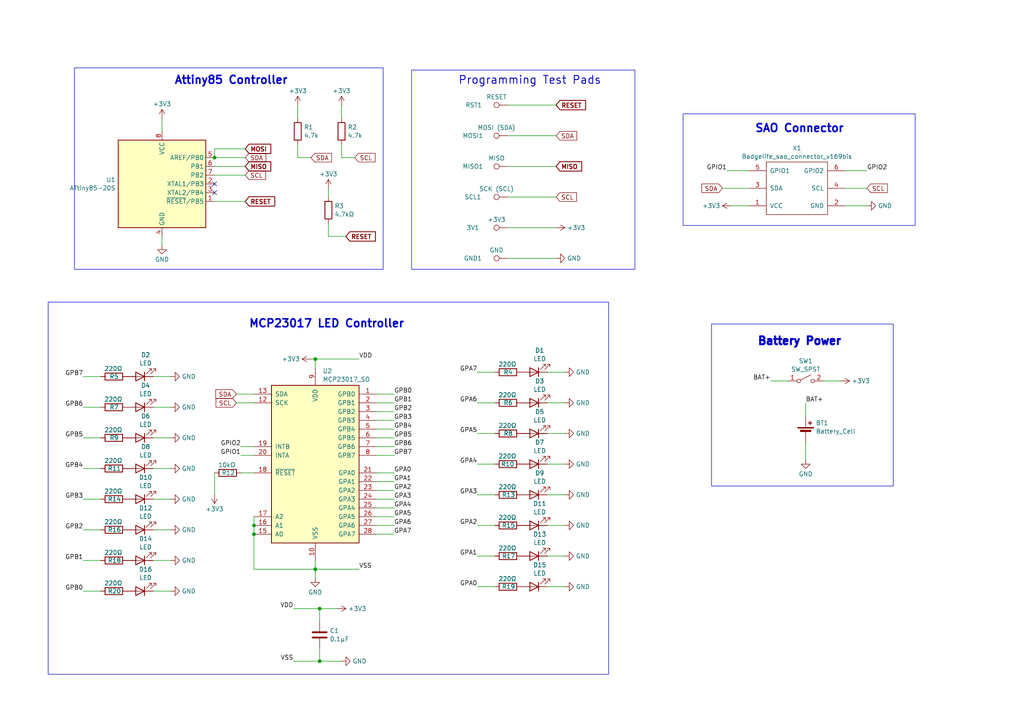
<source format=kicad_sch>
(kicad_sch (version 20250114) (generator "eeschema") (generator_version "9.0")
  (paper "A4")
  (lib_symbols
    (symbol "Badgelife_SAO_v169bis:Badgelife_sao_connector_v169bis" (pin_names (offset 1.016))
      (property "Reference" "X" (at 0 0 0))
      (property "Value" "Badgelife_sao_connector_v169bis" (at 0 20.32 0))
      (symbol "Badgelife_sao_connector_v169bis_0_1"
        (rectangle (start -7.62 8.89) (end 7.62 -8.89))
      )
      (symbol "Badgelife_sao_connector_v169bis_1_1"
        (pin input line (at -5.08 13.97 270) (length 5.08) (name "VCC") (number "1"))
        (pin input line (at -5.08 -13.97 90) (length 5.08) (name "GND") (number "2"))
        (pin input line (at 0 13.97 270) (length 5.08) (name "SDA") (number "3"))
        (pin input line (at 0 -13.97 90) (length 5.08) (name "SCL") (number "4"))
        (pin input line (at 5.08 13.97 270) (length 5.08) (name "GPIO1") (number "5"))
        (pin input line (at 5.08 -13.97 90) (length 5.08) (name "GPIO2") (number "6"))
      )
    )
    (symbol "Connector:TestPoint" (pin_numbers (hide yes)) (pin_names (offset 0.762) (hide yes))
      (property "Reference" "TP" (at 0 6.858 0))
      (property "Value" "TestPoint" (at 0 5.08 0))
      (symbol "TestPoint_0_1"
        (circle (center 0 3.302) (radius 0.762))
      )
      (symbol "TestPoint_1_1"
        (pin passive line (at 0 0 90) (length 2.54) (name "1") (number "1"))
      )
    )
    (symbol "Device:Battery_Cell" (pin_numbers (hide yes)) (pin_names (offset 0) (hide yes))
      (property "Reference" "BT" (at 2.54 2.54 0))
      (property "Value" "Battery_Cell" (at 2.54 0 0))
      (symbol "Battery_Cell_0_1"
        (rectangle (start -2.286 1.778) (end 2.286 1.524) (fill (type outline)))
        (rectangle (start -1.524 1.016) (end 1.524 0.508) (fill (type outline)))
        (polyline (pts (xy 0 1.778) (xy 0 2.54)))
        (polyline (pts (xy 0 0.762) (xy 0 0)))
        (polyline (pts (xy 0.762 3.048) (xy 1.778 3.048)) (stroke (width 0.254)))
        (polyline (pts (xy 1.27 3.556) (xy 1.27 2.54)) (stroke (width 0.254)))
      )
      (symbol "Battery_Cell_1_1"
        (pin passive line (at 0 5.08 270) (length 2.54) (name "+") (number "1"))
        (pin passive line (at 0 -2.54 90) (length 2.54) (name "-") (number "2"))
      )
    )
    (symbol "Device:C" (pin_numbers (hide yes)) (pin_names (offset 0.254))
      (property "Reference" "C" (at 0.635 2.54 0))
      (property "Value" "C" (at 0.635 -2.54 0))
      (symbol "C_0_1"
        (polyline (pts (xy -2.032 0.762) (xy 2.032 0.762)) (stroke (width 0.508)))
        (polyline (pts (xy -2.032 -0.762) (xy 2.032 -0.762)) (stroke (width 0.508)))
      )
      (symbol "C_1_1"
        (pin passive line (at 0 3.81 270) (length 2.794) (name "~") (number "1"))
        (pin passive line (at 0 -3.81 90) (length 2.794) (name "~") (number "2"))
      )
    )
    (symbol "Device:LED" (pin_numbers (hide yes)) (pin_names (offset 1.016) (hide yes))
      (property "Reference" "D" (at 0 2.54 0))
      (property "Value" "LED" (at 0 -2.54 0))
      (symbol "LED_0_1"
        (polyline (pts (xy -3.048 -0.762) (xy -4.572 -2.286) (xy -3.81 -2.286) (xy -4.572 -2.286) (xy -4.572 -1.524)))
        (polyline (pts (xy -1.778 -0.762) (xy -3.302 -2.286) (xy -2.54 -2.286) (xy -3.302 -2.286) (xy -3.302 -1.524)))
        (polyline (pts (xy -1.27 0) (xy 1.27 0)))
        (polyline (pts (xy -1.27 -1.27) (xy -1.27 1.27)) (stroke (width 0.254)))
        (polyline (pts (xy 1.27 -1.27) (xy 1.27 1.27) (xy -1.27 0) (xy 1.27 -1.27)) (stroke (width 0.254)))
      )
      (symbol "LED_1_1"
        (pin passive line (at -3.81 0 0) (length 2.54) (name "K") (number "1"))
        (pin passive line (at 3.81 0 180) (length 2.54) (name "A") (number "2"))
      )
    )
    (symbol "Device:R" (pin_numbers (hide yes)) (pin_names (offset 0))
      (property "Reference" "R" (at 2.032 0 90))
      (property "Value" "R" (at 0 0 90))
      (symbol "R_0_1"
        (rectangle (start -1.016 -2.54) (end 1.016 2.54) (stroke (width 0.254)))
      )
      (symbol "R_1_1"
        (pin passive line (at 0 3.81 270) (length 1.27) (name "~") (number "1"))
        (pin passive line (at 0 -3.81 90) (length 1.27) (name "~") (number "2"))
      )
    )
    (symbol "Interface_Expansion:MCP23017_SO" (pin_names (offset 1.016))
      (property "Reference" "U" (at -11.43 24.13 0))
      (property "Value" "MCP23017_SO" (at 0 0 0))
      (symbol "MCP23017_SO_0_1"
        (rectangle (start -12.7 22.86) (end 12.7 -22.86) (stroke (width 0.254)) (fill (type background)))
      )
      (symbol "MCP23017_SO_1_1"
        (pin bidirectional line (at -17.78 20.32 0) (length 5.08) (name "SDA") (number "13"))
        (pin input line (at -17.78 17.78 0) (length 5.08) (name "SCK") (number "12"))
        (pin tri_state line (at -17.78 5.08 0) (length 5.08) (name "INTB") (number "19"))
        (pin tri_state line (at -17.78 2.54 0) (length 5.08) (name "INTA") (number "20"))
        (pin input line (at -17.78 -2.54 0) (length 5.08) (name "~{RESET}") (number "18"))
        (pin input line (at -17.78 -15.24 0) (length 5.08) (name "A2") (number "17"))
        (pin input line (at -17.78 -17.78 0) (length 5.08) (name "A1") (number "16"))
        (pin input line (at -17.78 -20.32 0) (length 5.08) (name "A0") (number "15"))
        (pin no_connect line (at -12.7 15.24 0) (length 5.08) (hide yes) (name "NC") (number "11"))
        (pin no_connect line (at -12.7 12.7 0) (length 5.08) (hide yes) (name "NC") (number "14"))
        (pin power_in line (at 0 27.94 270) (length 5.08) (name "VDD") (number "9"))
        (pin power_in line (at 0 -27.94 90) (length 5.08) (name "VSS") (number "10"))
        (pin bidirectional line (at 17.78 20.32 180) (length 5.08) (name "GPB0") (number "1"))
        (pin bidirectional line (at 17.78 17.78 180) (length 5.08) (name "GPB1") (number "2"))
        (pin bidirectional line (at 17.78 15.24 180) (length 5.08) (name "GPB2") (number "3"))
        (pin bidirectional line (at 17.78 12.7 180) (length 5.08) (name "GPB3") (number "4"))
        (pin bidirectional line (at 17.78 10.16 180) (length 5.08) (name "GPB4") (number "5"))
        (pin bidirectional line (at 17.78 7.62 180) (length 5.08) (name "GPB5") (number "6"))
        (pin bidirectional line (at 17.78 5.08 180) (length 5.08) (name "GPB6") (number "7"))
        (pin output line (at 17.78 2.54 180) (length 5.08) (name "GPB7") (number "8"))
        (pin bidirectional line (at 17.78 -2.54 180) (length 5.08) (name "GPA0") (number "21"))
        (pin bidirectional line (at 17.78 -5.08 180) (length 5.08) (name "GPA1") (number "22"))
        (pin bidirectional line (at 17.78 -7.62 180) (length 5.08) (name "GPA2") (number "23"))
        (pin bidirectional line (at 17.78 -10.16 180) (length 5.08) (name "GPA3") (number "24"))
        (pin bidirectional line (at 17.78 -12.7 180) (length 5.08) (name "GPA4") (number "25"))
        (pin bidirectional line (at 17.78 -15.24 180) (length 5.08) (name "GPA5") (number "26"))
        (pin bidirectional line (at 17.78 -17.78 180) (length 5.08) (name "GPA6") (number "27"))
        (pin output line (at 17.78 -20.32 180) (length 5.08) (name "GPA7") (number "28"))
      )
    )
    (symbol "MCU_Microchip_ATtiny:ATtiny85-20S"
      (property "Reference" "U" (at -12.7 13.97 0))
      (property "Value" "ATtiny85-20S" (at 2.54 -13.97 0))
      (symbol "ATtiny85-20S_0_1"
        (rectangle (start -12.7 -12.7) (end 12.7 12.7) (stroke (width 0.254)) (fill (type background)))
      )
      (symbol "ATtiny85-20S_1_1"
        (pin power_in line (at 0 15.24 270) (length 2.54) (name "VCC") (number "8"))
        (pin power_in line (at 0 -15.24 90) (length 2.54) (name "GND") (number "4"))
        (pin bidirectional line (at 15.24 7.62 180) (length 2.54) (name "AREF/PB0") (number "5"))
        (pin bidirectional line (at 15.24 5.08 180) (length 2.54) (name "PB1") (number "6"))
        (pin bidirectional line (at 15.24 2.54 180) (length 2.54) (name "PB2") (number "7"))
        (pin bidirectional line (at 15.24 0 180) (length 2.54) (name "XTAL1/PB3") (number "2"))
        (pin bidirectional line (at 15.24 -2.54 180) (length 2.54) (name "XTAL2/PB4") (number "3"))
        (pin bidirectional line (at 15.24 -5.08 180) (length 2.54) (name "~{RESET}/PB5") (number "1"))
      )
    )
    (symbol "Switch:SW_SPST" (pin_names (offset 0) (hide yes))
      (property "Reference" "SW" (at 0 3.175 0))
      (property "Value" "SW_SPST" (at 0 -2.54 0))
      (symbol "SW_SPST_0_0"
        (circle (center -2.032 0) (radius 0.508))
        (polyline (pts (xy -1.524 0.254) (xy 1.524 1.778)))
        (circle (center 2.032 0) (radius 0.508))
      )
      (symbol "SW_SPST_1_1"
        (pin passive line (at -5.08 0 0) (length 2.54) (name "A") (number "1"))
        (pin passive line (at 5.08 0 180) (length 2.54) (name "B") (number "2"))
      )
    )
    (symbol "power:+3V3" (power) (pin_numbers (hide yes)) (pin_names (offset 0) (hide yes))
      (property "Value" "+3V3" (at 0 3.556 0))
      (symbol "+3V3_0_1"
        (polyline (pts (xy -0.762 1.27) (xy 0 2.54)))
        (polyline (pts (xy 0 2.54) (xy 0.762 1.27)))
        (polyline (pts (xy 0 0) (xy 0 2.54)))
      )
      (symbol "+3V3_1_1"
        (pin power_in line (at 0 0 90) (length 0) (name "~") (number "1"))
      )
    )
    (symbol "power:GND" (power) (pin_numbers (hide yes)) (pin_names (offset 0) (hide yes))
      (property "Value" "GND" (at 0 -3.81 0))
      (symbol "GND_0_1"
        (polyline (pts (xy 0 0) (xy 0 -1.27) (xy 1.27 -1.27) (xy 0 -2.54) (xy -1.27 -1.27) (xy 0 -1.27)))
      )
      (symbol "GND_1_1"
        (pin power_in line (at 0 0 270) (length 0) (name "~") (number "1"))
      )
    )
  )
  (rectangle (start 198.12 33.02) (end 265.43 65.405))
  (rectangle (start 13.97 87.63) (end 176.53 195.58))
  (rectangle (start 21.59 19.685) (end 111.125 78.105))
  (rectangle (start 119.38 20.32) (end 184.15 78.105))
  (rectangle (start 206.375 93.98) (end 259.08 140.97))
  (text "MCP23017 LED Controller" (at 94.742 93.98 0) (effects (font (size 2.286 2.286) (thickness 0.4572) (bold yes))))
  (text "Attiny85 Controller" (at 67.056 23.368 0) (effects (font (size 2.286 2.286) (thickness 0.4572) (bold yes))))
  (text "Battery Power" (at 231.902 99.06 0) (effects (font (size 2.286 2.286) (thickness 5.08) (bold yes))))
  (text "Programming Test Pads" (at 153.67 23.368 0) (effects (font (size 2.286 2.286) (thickness 0.254) (bold yes))))
  (text "SAO Connector" (at 231.902 37.338 0) (effects (font (size 2.286 2.286) (thickness 0.4572) (bold yes))))
  (junction (at 92.71 176.53))
  (junction (at 91.44 165.1))
  (junction (at 73.66 154.94))
  (junction (at 91.44 104.14))
  (junction (at 62.23 45.72))
  (junction (at 92.71 191.77))
  (junction (at 73.66 152.4))
  (no_connect (at 62.23 53.34))
  (no_connect (at 62.23 55.88))
  (wire (pts (xy 158.75 107.95) (xy 163.83 107.95)))
  (wire (pts (xy 147.32 74.93) (xy 161.29 74.93)))
  (wire (pts (xy 73.66 149.86) (xy 73.66 152.4)))
  (wire (pts (xy 68.58 114.3) (xy 73.66 114.3)))
  (wire (pts (xy 158.75 125.73) (xy 163.83 125.73)))
  (wire (pts (xy 143.51 143.51) (xy 138.43 143.51)))
  (wire (pts (xy 92.71 176.53) (xy 92.71 180.34)))
  (wire (pts (xy 24.13 144.78) (xy 29.21 144.78)))
  (wire (pts (xy 44.45 118.11) (xy 49.53 118.11)))
  (wire (pts (xy 210.82 49.53) (xy 217.17 49.53)))
  (wire (pts (xy 91.44 104.14) (xy 90.17 104.14)))
  (wire (pts (xy 92.71 187.96) (xy 92.71 191.77)))
  (wire (pts (xy 46.99 34.29) (xy 46.99 38.1)))
  (wire (pts (xy 245.11 54.61) (xy 251.46 54.61)))
  (wire (pts (xy 109.22 149.86) (xy 114.3 149.86)))
  (wire (pts (xy 158.75 152.4) (xy 163.83 152.4)))
  (wire (pts (xy 44.45 162.56) (xy 49.53 162.56)))
  (wire (pts (xy 73.66 165.1) (xy 91.44 165.1)))
  (wire (pts (xy 143.51 161.29) (xy 138.43 161.29)))
  (wire (pts (xy 109.22 121.92) (xy 114.3 121.92)))
  (wire (pts (xy 69.85 132.08) (xy 73.66 132.08)))
  (wire (pts (xy 102.87 45.72) (xy 99.06 45.72)))
  (wire (pts (xy 44.45 127) (xy 49.53 127)))
  (wire (pts (xy 212.09 59.69) (xy 217.17 59.69)))
  (wire (pts (xy 233.68 128.27) (xy 233.68 133.35)))
  (wire (pts (xy 143.51 107.95) (xy 138.43 107.95)))
  (wire (pts (xy 91.44 106.68) (xy 91.44 104.14)))
  (wire (pts (xy 69.85 137.16) (xy 73.66 137.16)))
  (wire (pts (xy 91.44 165.1) (xy 104.14 165.1)))
  (wire (pts (xy 91.44 104.14) (xy 104.14 104.14)))
  (wire (pts (xy 62.23 137.16) (xy 62.23 143.51)))
  (wire (pts (xy 73.66 152.4) (xy 73.66 154.94)))
  (wire (pts (xy 62.23 48.26) (xy 71.12 48.26)))
  (wire (pts (xy 209.55 54.61) (xy 217.17 54.61)))
  (wire (pts (xy 24.13 135.89) (xy 29.21 135.89)))
  (wire (pts (xy 158.75 134.62) (xy 163.83 134.62)))
  (wire (pts (xy 138.43 152.4) (xy 143.51 152.4)))
  (wire (pts (xy 24.13 127) (xy 29.21 127)))
  (wire (pts (xy 233.68 116.84) (xy 233.68 120.65)))
  (wire (pts (xy 44.45 109.22) (xy 49.53 109.22)))
  (wire (pts (xy 91.44 162.56) (xy 91.44 165.1)))
  (wire (pts (xy 86.36 30.48) (xy 86.36 34.29)))
  (wire (pts (xy 147.32 39.37) (xy 161.29 39.37)))
  (wire (pts (xy 158.75 170.18) (xy 163.83 170.18)))
  (wire (pts (xy 90.17 45.72) (xy 86.36 45.72)))
  (wire (pts (xy 73.66 154.94) (xy 73.66 165.1)))
  (wire (pts (xy 99.06 45.72) (xy 99.06 41.91)))
  (wire (pts (xy 109.22 132.08) (xy 114.3 132.08)))
  (wire (pts (xy 44.45 171.45) (xy 49.53 171.45)))
  (wire (pts (xy 44.45 144.78) (xy 49.53 144.78)))
  (wire (pts (xy 24.13 153.67) (xy 29.21 153.67)))
  (wire (pts (xy 147.32 57.15) (xy 161.29 57.15)))
  (wire (pts (xy 24.13 171.45) (xy 29.21 171.45)))
  (wire (pts (xy 143.51 116.84) (xy 138.43 116.84)))
  (wire (pts (xy 99.06 30.48) (xy 99.06 34.29)))
  (wire (pts (xy 24.13 162.56) (xy 29.21 162.56)))
  (wire (pts (xy 62.23 50.8) (xy 71.12 50.8)))
  (wire (pts (xy 62.23 58.42) (xy 71.12 58.42)))
  (wire (pts (xy 109.22 142.24) (xy 114.3 142.24)))
  (wire (pts (xy 91.44 167.64) (xy 91.44 165.1)))
  (wire (pts (xy 158.75 161.29) (xy 163.83 161.29)))
  (wire (pts (xy 92.71 191.77) (xy 99.06 191.77)))
  (wire (pts (xy 109.22 129.54) (xy 114.3 129.54)))
  (wire (pts (xy 62.23 43.18) (xy 62.23 45.72)))
  (wire (pts (xy 69.85 129.54) (xy 73.66 129.54)))
  (wire (pts (xy 85.09 191.77) (xy 92.71 191.77)))
  (wire (pts (xy 95.25 68.58) (xy 95.25 64.77)))
  (wire (pts (xy 109.22 139.7) (xy 114.3 139.7)))
  (wire (pts (xy 158.75 143.51) (xy 163.83 143.51)))
  (wire (pts (xy 238.76 110.49) (xy 243.84 110.49)))
  (wire (pts (xy 46.99 68.58) (xy 46.99 71.12)))
  (wire (pts (xy 109.22 116.84) (xy 114.3 116.84)))
  (wire (pts (xy 100.33 68.58) (xy 95.25 68.58)))
  (wire (pts (xy 109.22 152.4) (xy 114.3 152.4)))
  (wire (pts (xy 109.22 124.46) (xy 114.3 124.46)))
  (wire (pts (xy 86.36 45.72) (xy 86.36 41.91)))
  (wire (pts (xy 158.75 116.84) (xy 163.83 116.84)))
  (wire (pts (xy 44.45 153.67) (xy 49.53 153.67)))
  (wire (pts (xy 143.51 170.18) (xy 138.43 170.18)))
  (wire (pts (xy 92.71 176.53) (xy 97.79 176.53)))
  (wire (pts (xy 68.58 116.84) (xy 73.66 116.84)))
  (wire (pts (xy 95.25 54.61) (xy 95.25 57.15)))
  (wire (pts (xy 147.32 30.48) (xy 161.29 30.48)))
  (wire (pts (xy 147.32 66.04) (xy 161.29 66.04)))
  (wire (pts (xy 44.45 135.89) (xy 49.53 135.89)))
  (wire (pts (xy 109.22 119.38) (xy 114.3 119.38)))
  (wire (pts (xy 62.23 45.72) (xy 71.12 45.72)))
  (wire (pts (xy 223.52 110.49) (xy 228.6 110.49)))
  (wire (pts (xy 85.09 176.53) (xy 92.71 176.53)))
  (wire (pts (xy 109.22 147.32) (xy 114.3 147.32)))
  (wire (pts (xy 245.11 49.53) (xy 251.46 49.53)))
  (wire (pts (xy 24.13 118.11) (xy 29.21 118.11)))
  (wire (pts (xy 143.51 125.73) (xy 138.43 125.73)))
  (wire (pts (xy 109.22 144.78) (xy 114.3 144.78)))
  (wire (pts (xy 109.22 137.16) (xy 114.3 137.16)))
  (wire (pts (xy 245.11 59.69) (xy 251.46 59.69)))
  (wire (pts (xy 71.12 43.18) (xy 62.23 43.18)))
  (wire (pts (xy 109.22 114.3) (xy 114.3 114.3)))
  (wire (pts (xy 147.32 48.26) (xy 161.29 48.26)))
  (wire (pts (xy 24.13 109.22) (xy 29.21 109.22)))
  (wire (pts (xy 143.51 134.62) (xy 138.43 134.62)))
  (wire (pts (xy 109.22 127) (xy 114.3 127)))
  (wire (pts (xy 109.22 154.94) (xy 114.3 154.94)))
  (label "GPB0" (at 114.3 114.3 0))
  (label "GPB3" (at 114.3 121.92 0))
  (label "GPA7" (at 114.3 154.94 0))
  (label "GPA3" (at 138.43 143.51 180))
  (label "GPB2" (at 24.13 153.67 180))
  (label "VDD" (at 104.14 104.14 0))
  (label "GPA7" (at 138.43 107.95 180))
  (label "GPA2" (at 138.43 152.4 180))
  (label "GPA5" (at 114.3 149.86 0))
  (label "GPB3" (at 24.13 144.78 180))
  (label "VDD" (at 85.09 176.53 180))
  (label "BAT+" (at 223.52 110.49 180))
  (label "GPA4" (at 138.43 134.62 180))
  (label "GPB7" (at 114.3 132.08 0))
  (label "GPA4" (at 114.3 147.32 0))
  (label "GPB0" (at 24.13 171.45 180))
  (label "GPA6" (at 138.43 116.84 180))
  (label "VSS" (at 104.14 165.1 0))
  (label "GPA3" (at 114.3 144.78 0))
  (label "GPB5" (at 24.13 127 180))
  (label "GPB1" (at 114.3 116.84 0))
  (label "GPA0" (at 138.43 170.18 180))
  (label "GPB4" (at 24.13 135.89 180))
  (label "GPA5" (at 138.43 125.73 180))
  (label "GPA6" (at 114.3 152.4 0))
  (label "GPA1" (at 114.3 139.7 0))
  (label "GPIO1" (at 210.82 49.53 180))
  (label "BAT+" (at 233.68 116.84 0))
  (label "GPB6" (at 24.13 118.11 180))
  (label "GPB1" (at 24.13 162.56 180))
  (label "GPIO2" (at 251.46 49.53 0))
  (label "GPB6" (at 114.3 129.54 0))
  (label "GPA1" (at 138.43 161.29 180))
  (label "GPB7" (at 24.13 109.22 180))
  (label "GPIO1" (at 69.85 132.08 180))
  (label "GPA0" (at 114.3 137.16 0))
  (label "GPA2" (at 114.3 142.24 0))
  (label "GPB2" (at 114.3 119.38 0))
  (label "VSS" (at 85.09 191.77 180))
  (label "GPIO2" (at 69.85 129.54 180))
  (label "GPB5" (at 114.3 127 0))
  (label "GPB4" (at 114.3 124.46 0))
  (global_label "SCL" (shape input) (at 71.12 50.8 0) (property "Intersheetrefs" "${INTERSHEET_REFS}" (effects (hide yes))))
  (global_label "SCL" (shape input) (at 161.29 57.15 0) (property "Intersheetrefs" "${INTERSHEET_REFS}" (effects (hide yes))))
  (global_label "SCL" (shape input) (at 68.58 116.84 180) (property "Intersheetrefs" "${INTERSHEET_REFS}" (effects (hide yes))))
  (global_label "RESET" (shape input) (at 100.33 68.58 0) (effects (font (thickness 0.254) (bold yes))) (property "Intersheetrefs" "${INTERSHEET_REFS}" (effects (hide yes))))
  (global_label "MOSI" (shape input) (at 71.12 43.18 0) (effects (font (thickness 0.254) (bold yes))) (property "Intersheetrefs" "${INTERSHEET_REFS}" (effects (hide yes))))
  (global_label "MISO" (shape input) (at 71.12 48.26 0) (effects (font (thickness 0.254) (bold yes))) (property "Intersheetrefs" "${INTERSHEET_REFS}" (effects (hide yes))))
  (global_label "SDA" (shape input) (at 71.12 45.72 0) (property "Intersheetrefs" "${INTERSHEET_REFS}" (effects (hide yes))))
  (global_label "SCL" (shape input) (at 251.46 54.61 0) (property "Intersheetrefs" "${INTERSHEET_REFS}" (effects (hide yes))))
  (global_label "MISO" (shape input) (at 161.29 48.26 0) (effects (font (thickness 0.254) (bold yes))) (property "Intersheetrefs" "${INTERSHEET_REFS}" (effects (hide yes))))
  (global_label "SDA" (shape input) (at 161.29 39.37 0) (property "Intersheetrefs" "${INTERSHEET_REFS}" (effects (hide yes))))
  (global_label "SDA" (shape input) (at 209.55 54.61 180) (property "Intersheetrefs" "${INTERSHEET_REFS}" (effects (hide yes))))
  (global_label "SCL" (shape input) (at 102.87 45.72 0) (property "Intersheetrefs" "${INTERSHEET_REFS}" (effects (hide yes))))
  (global_label "RESET" (shape input) (at 161.29 30.48 0) (effects (font (thickness 0.254) (bold yes))) (property "Intersheetrefs" "${INTERSHEET_REFS}" (effects (hide yes))))
  (global_label "SDA" (shape input) (at 68.58 114.3 180) (property "Intersheetrefs" "${INTERSHEET_REFS}" (effects (hide yes))))
  (global_label "RESET" (shape input) (at 71.12 58.42 0) (effects (font (thickness 0.254) (bold yes))) (property "Intersheetrefs" "${INTERSHEET_REFS}" (effects (hide yes))))
  (global_label "SDA" (shape input) (at 90.17 45.72 0) (property "Intersheetrefs" "${INTERSHEET_REFS}" (effects (hide yes))))
  (symbol (lib_id "Device:LED") (at 40.64 109.22 180) (unit 1)
    (property "Reference" "D2" (at 42.2275 102.9165 0))
    (property "Value" "LED" (at 42.2275 105.3408 0))
    (property "Footprint" "LED_SMD:LED_1206_3216Metric_Pad1.42x1.75mm_HandSolder" (effects (hide yes)))
    (property "Description" "Light emitting diode" (effects (hide yes)))
    (property "Sim.Pins" "1=K 2=A" (effects (hide yes)))
  )
  (symbol (lib_id "power:+3V3") (at 161.29 66.04 270) (unit 1)
    (property "Reference" "#PWR07" (effects (hide yes)))
    (property "Value" "+3V3" (at 164.465 66.04 90) (effects (justify left)))
    (property "Description" "Power symbol creates a global label with name \"+3V3\"" (effects (hide yes)))
  )
  (symbol (lib_id "Device:R") (at 95.25 60.96 0) (unit 1)
    (property "Reference" "R3" (at 97.028 59.7478 0) (effects (justify left)))
    (property "Value" "4.7kΩ" (at 97.028 62.1721 0) (effects (justify left)))
    (property "Footprint" "Resistor_SMD:R_1206_3216Metric_Pad1.30x1.75mm_HandSolder" (effects (hide yes)))
    (property "Description" "Resistor" (effects (hide yes)))
  )
  (symbol (lib_id "Device:R") (at 99.06 38.1 0) (unit 1)
    (property "Reference" "R2" (at 100.838 36.8878 0) (effects (justify left)))
    (property "Value" "4.7k" (at 100.838 39.3121 0) (effects (justify left)))
    (property "Footprint" "Resistor_SMD:R_1206_3216Metric_Pad1.30x1.75mm_HandSolder" (effects (hide yes)))
    (property "Description" "Resistor" (effects (hide yes)))
  )
  (symbol (lib_id "power:GND") (at 46.99 71.12 0) (unit 1)
    (property "Reference" "#PWR08" (effects (hide yes)))
    (property "Value" "GND" (at 46.99 75.2531 0))
    (property "Description" "Power symbol creates a global label with name \"GND\" , ground" (effects (hide yes)))
  )
  (symbol (lib_id "power:GND") (at 163.83 152.4 90) (unit 1)
    (property "Reference" "#PWR024" (effects (hide yes)))
    (property "Value" "GND" (at 167.005 152.4 90) (effects (justify right)))
    (property "Description" "Power symbol creates a global label with name \"GND\" , ground" (effects (hide yes)))
  )
  (symbol (lib_id "power:GND") (at 49.53 127 90) (unit 1)
    (property "Reference" "#PWR017" (effects (hide yes)))
    (property "Value" "GND" (at 52.705 127 90) (effects (justify right)))
    (property "Description" "Power symbol creates a global label with name \"GND\" , ground" (effects (hide yes)))
  )
  (symbol (lib_id "Connector:TestPoint") (at 147.32 48.26 90) (unit 1)
    (property "Reference" "MISO1" (at 137.16 48.26 90))
    (property "Value" "MISO" (at 144.018 45.9048 90))
    (property "Footprint" "TestPoint:TestPoint_Pad_D2.0mm" (effects (hide yes)))
    (property "Description" "test point" (effects (hide yes)))
  )
  (symbol (lib_id "Device:LED") (at 154.94 125.73 180) (unit 1)
    (property "Reference" "D5" (at 156.5275 119.4265 0))
    (property "Value" "LED" (at 156.5275 121.8508 0))
    (property "Footprint" "LED_SMD:LED_1206_3216Metric_Pad1.42x1.75mm_HandSolder" (effects (hide yes)))
    (property "Description" "Light emitting diode" (effects (hide yes)))
    (property "Sim.Pins" "1=K 2=A" (effects (hide yes)))
  )
  (symbol (lib_id "Connector:TestPoint") (at 147.32 66.04 90) (unit 1)
    (property "Reference" "3V1" (at 137.16 66.04 90))
    (property "Value" "+3V3" (at 144.018 63.6848 90))
    (property "Footprint" "TestPoint:TestPoint_Pad_D2.0mm" (effects (hide yes)))
    (property "Description" "test point" (effects (hide yes)))
  )
  (symbol (lib_id "Device:R") (at 33.02 162.56 270) (unit 1)
    (property "Reference" "R18" (at 31.242 162.56 90) (effects (justify left)))
    (property "Value" "220Ω" (at 30.226 160.274 90) (effects (justify left)))
    (property "Footprint" "Resistor_SMD:R_1206_3216Metric_Pad1.30x1.75mm_HandSolder" (effects (hide yes)))
    (property "Description" "Resistor" (effects (hide yes)))
  )
  (symbol (lib_id "Switch:SW_SPST") (at 233.68 110.49 0) (unit 1)
    (property "Reference" "SW1" (at 233.68 104.6945 0))
    (property "Value" "SW_SPST" (at 233.68 107.1188 0))
    (property "Footprint" "Button_Switch_SMD:SW_SPDT_CK_JS102011SAQN" (effects (hide yes)))
    (property "Description" "Single Pole Single Throw (SPST) switch" (effects (hide yes)))
  )
  (symbol (lib_id "Device:LED") (at 154.94 161.29 180) (unit 1)
    (property "Reference" "D13" (at 156.5275 154.9865 0))
    (property "Value" "LED" (at 156.5275 157.4108 0))
    (property "Footprint" "LED_SMD:LED_1206_3216Metric_Pad1.42x1.75mm_HandSolder" (effects (hide yes)))
    (property "Description" "Light emitting diode" (effects (hide yes)))
    (property "Sim.Pins" "1=K 2=A" (effects (hide yes)))
  )
  (symbol (lib_id "power:GND") (at 163.83 125.73 90) (unit 1)
    (property "Reference" "#PWR016" (effects (hide yes)))
    (property "Value" "GND" (at 167.005 125.73 90) (effects (justify right)))
    (property "Description" "Power symbol creates a global label with name \"GND\" , ground" (effects (hide yes)))
  )
  (symbol (lib_id "power:+3V3") (at 95.25 54.61 0) (unit 1)
    (property "Reference" "#PWR04" (effects (hide yes)))
    (property "Value" "+3V3" (at 95.25 50.4769 0))
    (property "Description" "Power symbol creates a global label with name \"+3V3\"" (effects (hide yes)))
  )
  (symbol (lib_id "power:+3V3") (at 243.84 110.49 270) (unit 1)
    (property "Reference" "#PWR013" (effects (hide yes)))
    (property "Value" "+3V3" (at 247.015 110.49 90) (effects (justify left)))
    (property "Description" "Power symbol creates a global label with name \"+3V3\"" (effects (hide yes)))
  )
  (symbol (lib_id "power:GND") (at 99.06 191.77 90) (unit 1)
    (property "Reference" "#PWR032" (effects (hide yes)))
    (property "Value" "GND" (at 102.235 191.77 90) (effects (justify right)))
    (property "Description" "Power symbol creates a global label with name \"GND\" , ground" (effects (hide yes)))
  )
  (symbol (lib_id "Device:R") (at 147.32 143.51 270) (unit 1)
    (property "Reference" "R13" (at 145.542 143.51 90) (effects (justify left)))
    (property "Value" "220Ω" (at 144.526 141.224 90) (effects (justify left)))
    (property "Footprint" "Resistor_SMD:R_1206_3216Metric_Pad1.30x1.75mm_HandSolder" (effects (hide yes)))
    (property "Description" "Resistor" (effects (hide yes)))
  )
  (symbol (lib_id "MCU_Microchip_ATtiny:ATtiny85-20S") (at 46.99 53.34 0) (unit 1)
    (property "Reference" "U1" (at 33.528 52.1278 0) (effects (justify right)))
    (property "Value" "ATtiny85-20S" (at 33.528 54.5521 0) (effects (justify right)))
    (property "Footprint" "Package_SO:SOIC-8_5.3x5.3mm_P1.27mm" (effects (hide yes)))
    (property "Datasheet" "http://ww1.microchip.com/downloads/en/DeviceDoc/atmel-2586-avr-8-bit-microcontroller-attiny25-attiny45-attiny85_datasheet.pdf" (effects (hide yes)))
    (property "Description" "20MHz, 8kB Flash, 512B SRAM, 512B EEPROM, debugWIRE, SOIC-8" (effects (hide yes)))
  )
  (symbol (lib_id "power:GND") (at 233.68 133.35 0) (unit 1)
    (property "Reference" "#PWR018" (effects (hide yes)))
    (property "Value" "GND" (at 233.68 137.4831 0))
    (property "Description" "Power symbol creates a global label with name \"GND\" , ground" (effects (hide yes)))
  )
  (symbol (lib_id "Device:LED") (at 40.64 162.56 180) (unit 1)
    (property "Reference" "D14" (at 42.2275 156.2565 0))
    (property "Value" "LED" (at 42.2275 158.6808 0))
    (property "Footprint" "LED_SMD:LED_1206_3216Metric_Pad1.42x1.75mm_HandSolder" (effects (hide yes)))
    (property "Description" "Light emitting diode" (effects (hide yes)))
    (property "Sim.Pins" "1=K 2=A" (effects (hide yes)))
  )
  (symbol (lib_id "Device:R") (at 33.02 171.45 270) (unit 1)
    (property "Reference" "R20" (at 31.242 171.45 90) (effects (justify left)))
    (property "Value" "220Ω" (at 30.226 169.164 90) (effects (justify left)))
    (property "Footprint" "Resistor_SMD:R_1206_3216Metric_Pad1.30x1.75mm_HandSolder" (effects (hide yes)))
    (property "Description" "Resistor" (effects (hide yes)))
  )
  (symbol (lib_id "Device:LED") (at 40.64 118.11 180) (unit 1)
    (property "Reference" "D4" (at 42.2275 111.8065 0))
    (property "Value" "LED" (at 42.2275 114.2308 0))
    (property "Footprint" "LED_SMD:LED_1206_3216Metric_Pad1.42x1.75mm_HandSolder" (effects (hide yes)))
    (property "Description" "Light emitting diode" (effects (hide yes)))
    (property "Sim.Pins" "1=K 2=A" (effects (hide yes)))
  )
  (symbol (lib_id "power:GND") (at 163.83 107.95 90) (unit 1)
    (property "Reference" "#PWR011" (effects (hide yes)))
    (property "Value" "GND" (at 167.005 107.95 90) (effects (justify right)))
    (property "Description" "Power symbol creates a global label with name \"GND\" , ground" (effects (hide yes)))
  )
  (symbol (lib_id "Device:R") (at 147.32 134.62 270) (unit 1)
    (property "Reference" "R10" (at 145.288 134.62 90) (effects (justify left)))
    (property "Value" "220Ω" (at 144.526 132.334 90) (effects (justify left)))
    (property "Footprint" "Resistor_SMD:R_1206_3216Metric_Pad1.30x1.75mm_HandSolder" (effects (hide yes)))
    (property "Description" "Resistor" (effects (hide yes)))
  )
  (symbol (lib_id "power:GND") (at 163.83 143.51 90) (unit 1)
    (property "Reference" "#PWR022" (effects (hide yes)))
    (property "Value" "GND" (at 167.005 143.51 90) (effects (justify right)))
    (property "Description" "Power symbol creates a global label with name \"GND\" , ground" (effects (hide yes)))
  )
  (symbol (lib_id "Device:LED") (at 154.94 107.95 180) (unit 1)
    (property "Reference" "D1" (at 156.5275 101.6465 0))
    (property "Value" "LED" (at 156.5275 104.0708 0))
    (property "Footprint" "LED_SMD:LED_1206_3216Metric_Pad1.42x1.75mm_HandSolder" (effects (hide yes)))
    (property "Description" "Light emitting diode" (effects (hide yes)))
    (property "Sim.Pins" "1=K 2=A" (effects (hide yes)))
  )
  (symbol (lib_id "Device:R") (at 66.04 137.16 270) (unit 1)
    (property "Reference" "R12" (at 64.262 137.16 90) (effects (justify left)))
    (property "Value" "10kΩ" (at 63.246 134.874 90) (effects (justify left)))
    (property "Footprint" "Resistor_SMD:R_1206_3216Metric_Pad1.30x1.75mm_HandSolder" (effects (hide yes)))
    (property "Description" "Resistor" (effects (hide yes)))
  )
  (symbol (lib_id "power:+3V3") (at 90.17 104.14 90) (unit 1)
    (property "Reference" "#PWR010" (effects (hide yes)))
    (property "Value" "+3V3" (at 86.995 104.14 90) (effects (justify left)))
    (property "Description" "Power symbol creates a global label with name \"+3V3\"" (effects (hide yes)))
  )
  (symbol (lib_id "Device:LED") (at 154.94 116.84 180) (unit 1)
    (property "Reference" "D3" (at 156.5275 110.5365 0))
    (property "Value" "LED" (at 156.5275 112.9608 0))
    (property "Footprint" "LED_SMD:LED_1206_3216Metric_Pad1.42x1.75mm_HandSolder" (effects (hide yes)))
    (property "Description" "Light emitting diode" (effects (hide yes)))
    (property "Sim.Pins" "1=K 2=A" (effects (hide yes)))
  )
  (symbol (lib_id "Device:R") (at 33.02 109.22 270) (unit 1)
    (property "Reference" "R5" (at 31.75 109.22 90) (effects (justify left)))
    (property "Value" "220Ω" (at 30.226 106.934 90) (effects (justify left)))
    (property "Footprint" "Resistor_SMD:R_1206_3216Metric_Pad1.30x1.75mm_HandSolder" (effects (hide yes)))
    (property "Description" "Resistor" (effects (hide yes)))
  )
  (symbol (lib_id "power:GND") (at 49.53 144.78 90) (unit 1)
    (property "Reference" "#PWR023" (effects (hide yes)))
    (property "Value" "GND" (at 52.705 144.78 90) (effects (justify right)))
    (property "Description" "Power symbol creates a global label with name \"GND\" , ground" (effects (hide yes)))
  )
  (symbol (lib_id "Device:R") (at 86.36 38.1 0) (unit 1)
    (property "Reference" "R1" (at 88.138 36.8878 0) (effects (justify left)))
    (property "Value" "4.7k" (at 88.138 39.3121 0) (effects (justify left)))
    (property "Footprint" "Resistor_SMD:R_1206_3216Metric_Pad1.30x1.75mm_HandSolder" (effects (hide yes)))
    (property "Description" "Resistor" (effects (hide yes)))
  )
  (symbol (lib_id "power:GND") (at 49.53 162.56 90) (unit 1)
    (property "Reference" "#PWR027" (effects (hide yes)))
    (property "Value" "GND" (at 52.705 162.56 90) (effects (justify right)))
    (property "Description" "Power symbol creates a global label with name \"GND\" , ground" (effects (hide yes)))
  )
  (symbol (lib_id "power:+3V3") (at 212.09 59.69 90) (unit 1)
    (property "Reference" "#PWR05" (effects (hide yes)))
    (property "Value" "+3V3" (at 208.915 59.69 90) (effects (justify left)))
    (property "Description" "Power symbol creates a global label with name \"+3V3\"" (effects (hide yes)))
  )
  (symbol (lib_id "Device:LED") (at 40.64 127 180) (unit 1)
    (property "Reference" "D6" (at 42.2275 120.6965 0))
    (property "Value" "LED" (at 42.2275 123.1208 0))
    (property "Footprint" "LED_SMD:LED_1206_3216Metric_Pad1.42x1.75mm_HandSolder" (effects (hide yes)))
    (property "Description" "Light emitting diode" (effects (hide yes)))
    (property "Sim.Pins" "1=K 2=A" (effects (hide yes)))
  )
  (symbol (lib_id "power:GND") (at 251.46 59.69 90) (unit 1)
    (property "Reference" "#PWR06" (effects (hide yes)))
    (property "Value" "GND" (at 254.635 59.69 90) (effects (justify right)))
    (property "Description" "Power symbol creates a global label with name \"GND\" , ground" (effects (hide yes)))
  )
  (symbol (lib_id "power:+3V3") (at 46.99 34.29 0) (unit 1)
    (property "Reference" "#PWR03" (effects (hide yes)))
    (property "Value" "+3V3" (at 46.99 30.1569 0))
    (property "Description" "Power symbol creates a global label with name \"+3V3\"" (effects (hide yes)))
  )
  (symbol (lib_id "Device:R") (at 33.02 127 270) (unit 1)
    (property "Reference" "R9" (at 31.75 127 90) (effects (justify left)))
    (property "Value" "220Ω" (at 30.226 124.714 90) (effects (justify left)))
    (property "Footprint" "Resistor_SMD:R_1206_3216Metric_Pad1.30x1.75mm_HandSolder" (effects (hide yes)))
    (property "Description" "Resistor" (effects (hide yes)))
  )
  (symbol (lib_id "power:GND") (at 49.53 118.11 90) (unit 1)
    (property "Reference" "#PWR015" (effects (hide yes)))
    (property "Value" "GND" (at 52.705 118.11 90) (effects (justify right)))
    (property "Description" "Power symbol creates a global label with name \"GND\" , ground" (effects (hide yes)))
  )
  (symbol (lib_id "Device:R") (at 33.02 118.11 270) (unit 1)
    (property "Reference" "R7" (at 31.75 118.11 90) (effects (justify left)))
    (property "Value" "220Ω" (at 30.226 115.824 90) (effects (justify left)))
    (property "Footprint" "Resistor_SMD:R_1206_3216Metric_Pad1.30x1.75mm_HandSolder" (effects (hide yes)))
    (property "Description" "Resistor" (effects (hide yes)))
  )
  (symbol (lib_id "power:GND") (at 49.53 109.22 90) (unit 1)
    (property "Reference" "#PWR012" (effects (hide yes)))
    (property "Value" "GND" (at 52.705 109.22 90) (effects (justify right)))
    (property "Description" "Power symbol creates a global label with name \"GND\" , ground" (effects (hide yes)))
  )
  (symbol (lib_id "Device:R") (at 147.32 170.18 270) (unit 1)
    (property "Reference" "R19" (at 145.542 170.18 90) (effects (justify left)))
    (property "Value" "220Ω" (at 144.526 167.894 90) (effects (justify left)))
    (property "Footprint" "Resistor_SMD:R_1206_3216Metric_Pad1.30x1.75mm_HandSolder" (effects (hide yes)))
    (property "Description" "Resistor" (effects (hide yes)))
  )
  (symbol (lib_id "Device:R") (at 33.02 135.89 270) (unit 1)
    (property "Reference" "R11" (at 31.242 135.89 90) (effects (justify left)))
    (property "Value" "220Ω" (at 30.226 133.604 90) (effects (justify left)))
    (property "Footprint" "Resistor_SMD:R_1206_3216Metric_Pad1.30x1.75mm_HandSolder" (effects (hide yes)))
    (property "Description" "Resistor" (effects (hide yes)))
  )
  (symbol (lib_id "Device:LED") (at 154.94 170.18 180) (unit 1)
    (property "Reference" "D15" (at 156.5275 163.8765 0))
    (property "Value" "LED" (at 156.5275 166.3008 0))
    (property "Footprint" "LED_SMD:LED_1206_3216Metric_Pad1.42x1.75mm_HandSolder" (effects (hide yes)))
    (property "Description" "Light emitting diode" (effects (hide yes)))
    (property "Sim.Pins" "1=K 2=A" (effects (hide yes)))
  )
  (symbol (lib_id "power:+3V3") (at 62.23 143.51 180) (unit 1)
    (property "Reference" "#PWR021" (effects (hide yes)))
    (property "Value" "+3V3" (at 62.23 147.6431 0))
    (property "Description" "Power symbol creates a global label with name \"+3V3\"" (effects (hide yes)))
  )
  (symbol (lib_id "Device:LED") (at 154.94 134.62 180) (unit 1)
    (property "Reference" "D7" (at 156.5275 128.3165 0))
    (property "Value" "LED" (at 156.5275 130.7408 0))
    (property "Footprint" "LED_SMD:LED_1206_3216Metric_Pad1.42x1.75mm_HandSolder" (effects (hide yes)))
    (property "Description" "Light emitting diode" (effects (hide yes)))
    (property "Sim.Pins" "1=K 2=A" (effects (hide yes)))
  )
  (symbol (lib_id "Device:C") (at 92.71 184.15 180) (unit 1)
    (property "Reference" "C1" (at 95.631 182.9378 0) (effects (justify right)))
    (property "Value" "0.1µF" (at 95.631 185.3621 0) (effects (justify right)))
    (property "Footprint" "Capacitor_SMD:C_1206_3216Metric_Pad1.33x1.80mm_HandSolder" (effects (hide yes)))
    (property "Description" "Unpolarized capacitor" (effects (hide yes)))
  )
  (symbol (lib_id "power:GND") (at 163.83 134.62 90) (unit 1)
    (property "Reference" "#PWR019" (effects (hide yes)))
    (property "Value" "GND" (at 167.005 134.62 90) (effects (justify right)))
    (property "Description" "Power symbol creates a global label with name \"GND\" , ground" (effects (hide yes)))
  )
  (symbol (lib_id "Connector:TestPoint") (at 147.32 57.15 90) (unit 1)
    (property "Reference" "SCL1" (at 137.16 57.15 90))
    (property "Value" "SCK (SCL)" (at 144.018 54.7948 90))
    (property "Footprint" "TestPoint:TestPoint_Pad_D2.0mm" (effects (hide yes)))
    (property "Description" "test point" (effects (hide yes)))
  )
  (symbol (lib_id "Device:R") (at 147.32 125.73 270) (unit 1)
    (property "Reference" "R8" (at 146.05 125.73 90) (effects (justify left)))
    (property "Value" "220Ω" (at 144.526 123.444 90) (effects (justify left)))
    (property "Footprint" "Resistor_SMD:R_1206_3216Metric_Pad1.30x1.75mm_HandSolder" (effects (hide yes)))
    (property "Description" "Resistor" (effects (hide yes)))
  )
  (symbol (lib_id "power:GND") (at 91.44 167.64 0) (unit 1)
    (property "Reference" "#PWR028" (effects (hide yes)))
    (property "Value" "GND" (at 91.44 171.7731 0))
    (property "Description" "Power symbol creates a global label with name \"GND\" , ground" (effects (hide yes)))
  )
  (symbol (lib_id "Device:R") (at 147.32 116.84 270) (unit 1)
    (property "Reference" "R6" (at 146.05 116.84 90) (effects (justify left)))
    (property "Value" "220Ω" (at 144.526 114.554 90) (effects (justify left)))
    (property "Footprint" "Resistor_SMD:R_1206_3216Metric_Pad1.30x1.75mm_HandSolder" (effects (hide yes)))
    (property "Description" "Resistor" (effects (hide yes)))
  )
  (symbol (lib_id "power:GND") (at 49.53 171.45 90) (unit 1)
    (property "Reference" "#PWR030" (effects (hide yes)))
    (property "Value" "GND" (at 52.705 171.45 90) (effects (justify right)))
    (property "Description" "Power symbol creates a global label with name \"GND\" , ground" (effects (hide yes)))
  )
  (symbol (lib_id "Device:LED") (at 154.94 143.51 180) (unit 1)
    (property "Reference" "D9" (at 156.5275 137.2065 0))
    (property "Value" "LED" (at 156.5275 139.6308 0))
    (property "Footprint" "LED_SMD:LED_1206_3216Metric_Pad1.42x1.75mm_HandSolder" (effects (hide yes)))
    (property "Description" "Light emitting diode" (effects (hide yes)))
    (property "Sim.Pins" "1=K 2=A" (effects (hide yes)))
  )
  (symbol (lib_id "Device:LED") (at 40.64 144.78 180) (unit 1)
    (property "Reference" "D10" (at 42.2275 138.4765 0))
    (property "Value" "LED" (at 42.2275 140.9008 0))
    (property "Footprint" "LED_SMD:LED_1206_3216Metric_Pad1.42x1.75mm_HandSolder" (effects (hide yes)))
    (property "Description" "Light emitting diode" (effects (hide yes)))
    (property "Sim.Pins" "1=K 2=A" (effects (hide yes)))
  )
  (symbol (lib_id "Device:Battery_Cell") (at 233.68 125.73 0) (unit 1)
    (property "Reference" "BT1" (at 236.601 122.6763 0) (effects (justify left)))
    (property "Value" "Battery_Cell" (at 236.601 125.1006 0) (effects (justify left)))
    (property "Footprint" "Battery:BatteryHolder_Keystone_1058_1x2032" (effects (hide yes)))
    (property "Description" "Single-cell battery" (effects (hide yes)))
  )
  (symbol (lib_id "power:+3V3") (at 99.06 30.48 0) (unit 1)
    (property "Reference" "#PWR02" (effects (hide yes)))
    (property "Value" "+3V3" (at 99.06 26.3469 0))
    (property "Description" "Power symbol creates a global label with name \"+3V3\"" (effects (hide yes)))
  )
  (symbol (lib_id "power:+3V3") (at 86.36 30.48 0) (unit 1)
    (property "Reference" "#PWR01" (effects (hide yes)))
    (property "Value" "+3V3" (at 86.36 26.3469 0))
    (property "Description" "Power symbol creates a global label with name \"+3V3\"" (effects (hide yes)))
  )
  (symbol (lib_id "Device:LED") (at 40.64 153.67 180) (unit 1)
    (property "Reference" "D12" (at 42.2275 147.3665 0))
    (property "Value" "LED" (at 42.2275 149.7908 0))
    (property "Footprint" "LED_SMD:LED_1206_3216Metric_Pad1.42x1.75mm_HandSolder" (effects (hide yes)))
    (property "Description" "Light emitting diode" (effects (hide yes)))
    (property "Sim.Pins" "1=K 2=A" (effects (hide yes)))
  )
  (symbol (lib_id "Device:R") (at 147.32 107.95 270) (unit 1)
    (property "Reference" "R4" (at 146.05 107.95 90) (effects (justify left)))
    (property "Value" "220Ω" (at 144.526 105.664 90) (effects (justify left)))
    (property "Footprint" "Resistor_SMD:R_1206_3216Metric_Pad1.30x1.75mm_HandSolder" (effects (hide yes)))
    (property "Description" "Resistor" (effects (hide yes)))
  )
  (symbol (lib_id "Interface_Expansion:MCP23017_SO") (at 91.44 134.62 0) (unit 1)
    (property "Reference" "U2" (at 93.5833 107.6155 0) (effects (justify left)))
    (property "Value" "MCP23017_SO" (at 93.5833 110.0398 0) (effects (justify left)))
    (property "Footprint" "Package_SO:SOIC-28W_7.5x17.9mm_P1.27mm" (effects (hide yes)))
    (property "Datasheet" "https://ww1.microchip.com/downloads/aemDocuments/documents/APID/ProductDocuments/DataSheets/MCP23017-Data-Sheet-DS20001952.pdf" (effects (hide yes)))
    (property "Description" "16-bit I/O expander, I2C, interrupts, w pull-ups, GPA/B7 output only (https://microchip.my.site.com/s/article/GPA7---GPB7-Cannot-Be-Used-as-Inputs-In-MCP23017),  SOIC-28" (effects (hide yes)))
  )
  (symbol (lib_id "Device:LED") (at 40.64 171.45 180) (unit 1)
    (property "Reference" "D16" (at 42.2275 165.1465 0))
    (property "Value" "LED" (at 42.2275 167.5708 0))
    (property "Footprint" "LED_SMD:LED_1206_3216Metric_Pad1.42x1.75mm_HandSolder" (effects (hide yes)))
    (property "Description" "Light emitting diode" (effects (hide yes)))
    (property "Sim.Pins" "1=K 2=A" (effects (hide yes)))
  )
  (symbol (lib_id "Device:R") (at 147.32 152.4 270) (unit 1)
    (property "Reference" "R15" (at 145.542 152.4 90) (effects (justify left)))
    (property "Value" "220Ω" (at 144.526 150.114 90) (effects (justify left)))
    (property "Footprint" "Resistor_SMD:R_1206_3216Metric_Pad1.30x1.75mm_HandSolder" (effects (hide yes)))
    (property "Description" "Resistor" (effects (hide yes)))
  )
  (symbol (lib_id "power:GND") (at 161.29 74.93 90) (unit 1)
    (property "Reference" "#PWR09" (effects (hide yes)))
    (property "Value" "GND" (at 164.465 74.93 90) (effects (justify right)))
    (property "Description" "Power symbol creates a global label with name \"GND\" , ground" (effects (hide yes)))
  )
  (symbol (lib_id "power:GND") (at 163.83 116.84 90) (unit 1)
    (property "Reference" "#PWR014" (effects (hide yes)))
    (property "Value" "GND" (at 167.005 116.84 90) (effects (justify right)))
    (property "Description" "Power symbol creates a global label with name \"GND\" , ground" (effects (hide yes)))
  )
  (symbol (lib_id "Connector:TestPoint") (at 147.32 30.48 90) (unit 1)
    (property "Reference" "RST1" (at 137.414 30.48 90))
    (property "Value" "RESET" (at 144.018 28.1248 90))
    (property "Footprint" "TestPoint:TestPoint_Pad_D2.0mm" (effects (hide yes)))
    (property "Description" "test point" (effects (hide yes)))
  )
  (symbol (lib_id "Connector:TestPoint") (at 147.32 39.37 90) (unit 1)
    (property "Reference" "MOSI1" (at 137.16 39.37 90))
    (property "Value" "MOSI (SDA)" (at 144.018 37.0148 90))
    (property "Footprint" "TestPoint:TestPoint_Pad_D2.0mm" (effects (hide yes)))
    (property "Description" "test point" (effects (hide yes)))
  )
  (symbol (lib_id "Badgelife_SAO_v169bis:Badgelife_sao_connector_v169bis") (at 231.14 54.61 90) (unit 1)
    (property "Reference" "X1" (at 231.14 42.9725 90))
    (property "Value" "Badgelife_sao_connector_v169bis" (at 231.14 45.3968 90))
    (property "Footprint" "BadgeLife_SAO_v169bis:Badgelife-SAOv169-SAO-2x3" (effects (hide yes)))
  )
  (symbol (lib_id "Connector:TestPoint") (at 147.32 74.93 90) (unit 1)
    (property "Reference" "GND1" (at 137.16 74.93 90))
    (property "Value" "GND" (at 144.018 72.5748 90))
    (property "Footprint" "TestPoint:TestPoint_Pad_D2.0mm" (effects (hide yes)))
    (property "Description" "test point" (effects (hide yes)))
  )
  (symbol (lib_id "power:GND") (at 49.53 135.89 90) (unit 1)
    (property "Reference" "#PWR020" (effects (hide yes)))
    (property "Value" "GND" (at 52.705 135.89 90) (effects (justify right)))
    (property "Description" "Power symbol creates a global label with name \"GND\" , ground" (effects (hide yes)))
  )
  (symbol (lib_id "Device:R") (at 147.32 161.29 270) (unit 1)
    (property "Reference" "R17" (at 145.542 161.29 90) (effects (justify left)))
    (property "Value" "220Ω" (at 144.526 159.004 90) (effects (justify left)))
    (property "Footprint" "Resistor_SMD:R_1206_3216Metric_Pad1.30x1.75mm_HandSolder" (effects (hide yes)))
    (property "Description" "Resistor" (effects (hide yes)))
  )
  (symbol (lib_id "power:GND") (at 163.83 170.18 90) (unit 1)
    (property "Reference" "#PWR029" (effects (hide yes)))
    (property "Value" "GND" (at 167.005 170.18 90) (effects (justify right)))
    (property "Description" "Power symbol creates a global label with name \"GND\" , ground" (effects (hide yes)))
  )
  (symbol (lib_id "Device:R") (at 33.02 153.67 270) (unit 1)
    (property "Reference" "R16" (at 31.242 153.67 90) (effects (justify left)))
    (property "Value" "220Ω" (at 30.226 151.384 90) (effects (justify left)))
    (property "Footprint" "Resistor_SMD:R_1206_3216Metric_Pad1.30x1.75mm_HandSolder" (effects (hide yes)))
    (property "Description" "Resistor" (effects (hide yes)))
  )
  (symbol (lib_id "power:+3V3") (at 97.79 176.53 270) (unit 1)
    (property "Reference" "#PWR031" (effects (hide yes)))
    (property "Value" "+3V3" (at 100.965 176.53 90) (effects (justify left)))
    (property "Description" "Power symbol creates a global label with name \"+3V3\"" (effects (hide yes)))
  )
  (symbol (lib_id "power:GND") (at 163.83 161.29 90) (unit 1)
    (property "Reference" "#PWR026" (effects (hide yes)))
    (property "Value" "GND" (at 167.005 161.29 90) (effects (justify right)))
    (property "Description" "Power symbol creates a global label with name \"GND\" , ground" (effects (hide yes)))
  )
  (symbol (lib_id "Device:LED") (at 154.94 152.4 180) (unit 1)
    (property "Reference" "D11" (at 156.5275 146.0965 0))
    (property "Value" "LED" (at 156.5275 148.5208 0))
    (property "Footprint" "LED_SMD:LED_1206_3216Metric_Pad1.42x1.75mm_HandSolder" (effects (hide yes)))
    (property "Description" "Light emitting diode" (effects (hide yes)))
    (property "Sim.Pins" "1=K 2=A" (effects (hide yes)))
  )
  (symbol (lib_id "Device:LED") (at 40.64 135.89 180) (unit 1)
    (property "Reference" "D8" (at 42.2275 129.5865 0))
    (property "Value" "LED" (at 42.2275 132.0108 0))
    (property "Footprint" "LED_SMD:LED_1206_3216Metric_Pad1.42x1.75mm_HandSolder" (effects (hide yes)))
    (property "Description" "Light emitting diode" (effects (hide yes)))
    (property "Sim.Pins" "1=K 2=A" (effects (hide yes)))
  )
  (symbol (lib_id "power:GND") (at 49.53 153.67 90) (unit 1)
    (property "Reference" "#PWR025" (effects (hide yes)))
    (property "Value" "GND" (at 52.705 153.67 90) (effects (justify right)))
    (property "Description" "Power symbol creates a global label with name \"GND\" , ground" (effects (hide yes)))
  )
  (symbol (lib_id "Device:R") (at 33.02 144.78 270) (unit 1)
    (property "Reference" "R14" (at 31.242 144.78 90) (effects (justify left)))
    (property "Value" "220Ω" (at 30.226 142.494 90) (effects (justify left)))
    (property "Footprint" "Resistor_SMD:R_1206_3216Metric_Pad1.30x1.75mm_HandSolder" (effects (hide yes)))
    (property "Description" "Resistor" (effects (hide yes)))
  )
)
</source>
